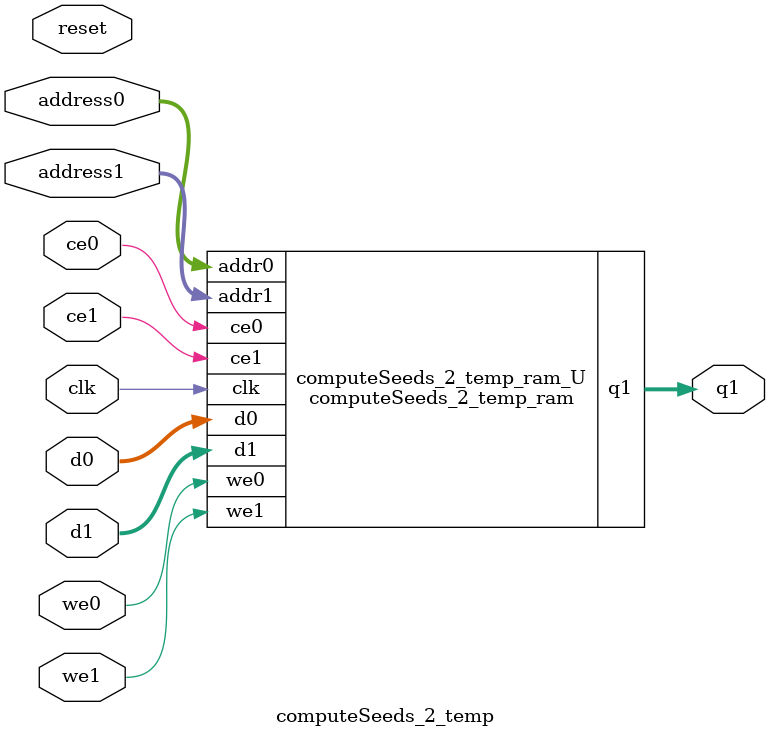
<source format=v>
`timescale 1 ns / 1 ps
module computeSeeds_2_temp_ram (addr0, ce0, d0, we0, addr1, ce1, d1, we1, q1,  clk);

parameter DWIDTH = 8;
parameter AWIDTH = 7;
parameter MEM_SIZE = 75;

input[AWIDTH-1:0] addr0;
input ce0;
input[DWIDTH-1:0] d0;
input we0;
input[AWIDTH-1:0] addr1;
input ce1;
input[DWIDTH-1:0] d1;
input we1;
output reg[DWIDTH-1:0] q1;
input clk;

(* ram_style = "block" *)reg [DWIDTH-1:0] ram[0:MEM_SIZE-1];




always @(posedge clk)  
begin 
    if (ce0) begin
        if (we0) 
            ram[addr0] <= d0; 
    end
end


always @(posedge clk)  
begin 
    if (ce1) begin
        if (we1) 
            ram[addr1] <= d1; 
        q1 <= ram[addr1];
    end
end


endmodule

`timescale 1 ns / 1 ps
module computeSeeds_2_temp(
    reset,
    clk,
    address0,
    ce0,
    we0,
    d0,
    address1,
    ce1,
    we1,
    d1,
    q1);

parameter DataWidth = 32'd8;
parameter AddressRange = 32'd75;
parameter AddressWidth = 32'd7;
input reset;
input clk;
input[AddressWidth - 1:0] address0;
input ce0;
input we0;
input[DataWidth - 1:0] d0;
input[AddressWidth - 1:0] address1;
input ce1;
input we1;
input[DataWidth - 1:0] d1;
output[DataWidth - 1:0] q1;



computeSeeds_2_temp_ram computeSeeds_2_temp_ram_U(
    .clk( clk ),
    .addr0( address0 ),
    .ce0( ce0 ),
    .we0( we0 ),
    .d0( d0 ),
    .addr1( address1 ),
    .ce1( ce1 ),
    .we1( we1 ),
    .d1( d1 ),
    .q1( q1 ));

endmodule


</source>
